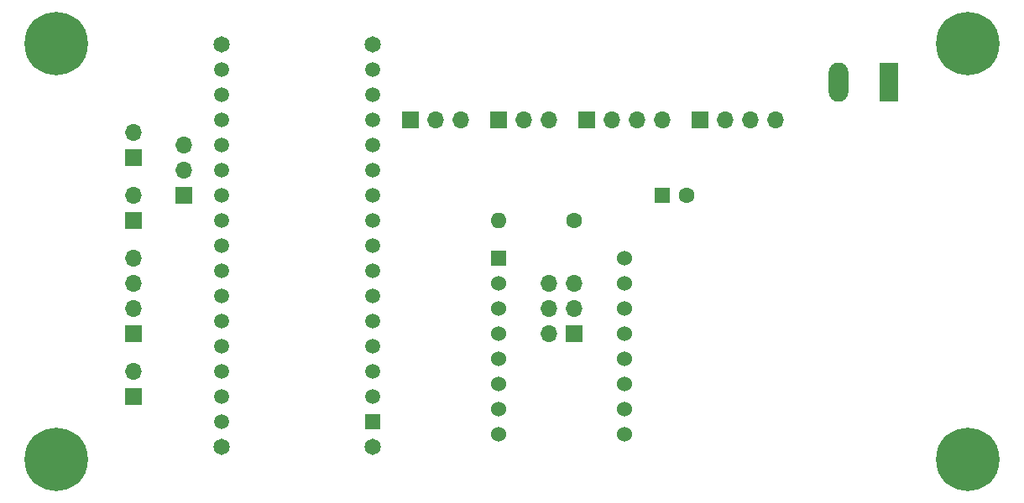
<source format=gbs>
%TF.GenerationSoftware,KiCad,Pcbnew,(5.1.9)-1*%
%TF.CreationDate,2021-07-13T22:03:12+02:00*%
%TF.ProjectId,CameraSlider,43616d65-7261-4536-9c69-6465722e6b69,rev?*%
%TF.SameCoordinates,Original*%
%TF.FileFunction,Soldermask,Bot*%
%TF.FilePolarity,Negative*%
%FSLAX46Y46*%
G04 Gerber Fmt 4.6, Leading zero omitted, Abs format (unit mm)*
G04 Created by KiCad (PCBNEW (5.1.9)-1) date 2021-07-13 22:03:12*
%MOMM*%
%LPD*%
G01*
G04 APERTURE LIST*
%ADD10R,1.508000X1.508000*%
%ADD11C,1.508000*%
%ADD12C,1.651000*%
%ADD13R,1.700000X1.700000*%
%ADD14O,1.700000X1.700000*%
%ADD15C,1.600000*%
%ADD16R,1.600000X1.600000*%
%ADD17C,6.400000*%
%ADD18O,1.600000X1.600000*%
%ADD19R,1.530000X1.530000*%
%ADD20C,1.530000*%
%ADD21O,1.980000X3.960000*%
%ADD22R,1.980000X3.960000*%
G04 APERTURE END LIST*
D10*
%TO.C,U1*%
X135890000Y-142240000D03*
D11*
X135890000Y-139700000D03*
X135890000Y-137160000D03*
X135890000Y-134620000D03*
X135890000Y-132080000D03*
X135890000Y-129540000D03*
X135890000Y-127000000D03*
X135890000Y-124460000D03*
X135890000Y-121920000D03*
X135890000Y-119380000D03*
X135890000Y-116840000D03*
X135890000Y-114300000D03*
X135890000Y-111760000D03*
X135890000Y-109220000D03*
X135890000Y-106680000D03*
X120650000Y-106680000D03*
X120650000Y-109220000D03*
X120650000Y-111760000D03*
X120650000Y-114300000D03*
X120650000Y-116840000D03*
X120650000Y-119380000D03*
X120650000Y-121920000D03*
X120650000Y-124460000D03*
X120650000Y-127000000D03*
X120650000Y-129540000D03*
X120650000Y-132080000D03*
X120650000Y-134620000D03*
X120650000Y-137160000D03*
X120650000Y-139700000D03*
X120650000Y-142240000D03*
D12*
X135890000Y-104140000D03*
X120650000Y-104140000D03*
X135890000Y-144780000D03*
X120650000Y-144780000D03*
%TD*%
D13*
%TO.C,J10*%
X157480000Y-111760000D03*
D14*
X160020000Y-111760000D03*
X162560000Y-111760000D03*
X165100000Y-111760000D03*
%TD*%
D15*
%TO.C,C1*%
X167600000Y-119380000D03*
D16*
X165100000Y-119380000D03*
%TD*%
D17*
%TO.C,H1*%
X104000000Y-146000000D03*
%TD*%
%TO.C,H2*%
X104000000Y-104000000D03*
%TD*%
D14*
%TO.C,J2*%
X111760000Y-137160000D03*
D13*
X111760000Y-139700000D03*
%TD*%
D14*
%TO.C,J3*%
X116840000Y-114300000D03*
X116840000Y-116840000D03*
D13*
X116840000Y-119380000D03*
%TD*%
D14*
%TO.C,J4*%
X111760000Y-119380000D03*
D13*
X111760000Y-121920000D03*
%TD*%
%TO.C,J5*%
X111760000Y-115570000D03*
D14*
X111760000Y-113030000D03*
%TD*%
%TO.C,J6*%
X153670000Y-111760000D03*
X151130000Y-111760000D03*
D13*
X148590000Y-111760000D03*
%TD*%
%TO.C,J7*%
X139700000Y-111760000D03*
D14*
X142240000Y-111760000D03*
X144780000Y-111760000D03*
%TD*%
%TO.C,J8*%
X153670000Y-128270000D03*
X156210000Y-128270000D03*
X153670000Y-130810000D03*
X156210000Y-130810000D03*
X153670000Y-133350000D03*
D13*
X156210000Y-133350000D03*
%TD*%
D14*
%TO.C,J9*%
X111760000Y-125730000D03*
X111760000Y-128270000D03*
X111760000Y-130810000D03*
D13*
X111760000Y-133350000D03*
%TD*%
D14*
%TO.C,J11*%
X176530000Y-111760000D03*
X173990000Y-111760000D03*
X171450000Y-111760000D03*
D13*
X168910000Y-111760000D03*
%TD*%
D18*
%TO.C,R1*%
X148590000Y-121920000D03*
D15*
X156210000Y-121920000D03*
%TD*%
D19*
%TO.C,U2*%
X148590000Y-125730000D03*
D20*
X148590000Y-128270000D03*
X148590000Y-130810000D03*
X148590000Y-133350000D03*
X148590000Y-135890000D03*
X148590000Y-138430000D03*
X148590000Y-140970000D03*
X148590000Y-143510000D03*
X161290000Y-143510000D03*
X161290000Y-140970000D03*
X161290000Y-138430000D03*
X161290000Y-135890000D03*
X161290000Y-133350000D03*
X161290000Y-130810000D03*
X161290000Y-128270000D03*
X161290000Y-125730000D03*
%TD*%
D21*
%TO.C,J1*%
X182960000Y-107950000D03*
D22*
X187960000Y-107950000D03*
%TD*%
D17*
%TO.C,H3*%
X196000000Y-146000000D03*
%TD*%
%TO.C,H4*%
X196000000Y-104000000D03*
%TD*%
M02*

</source>
